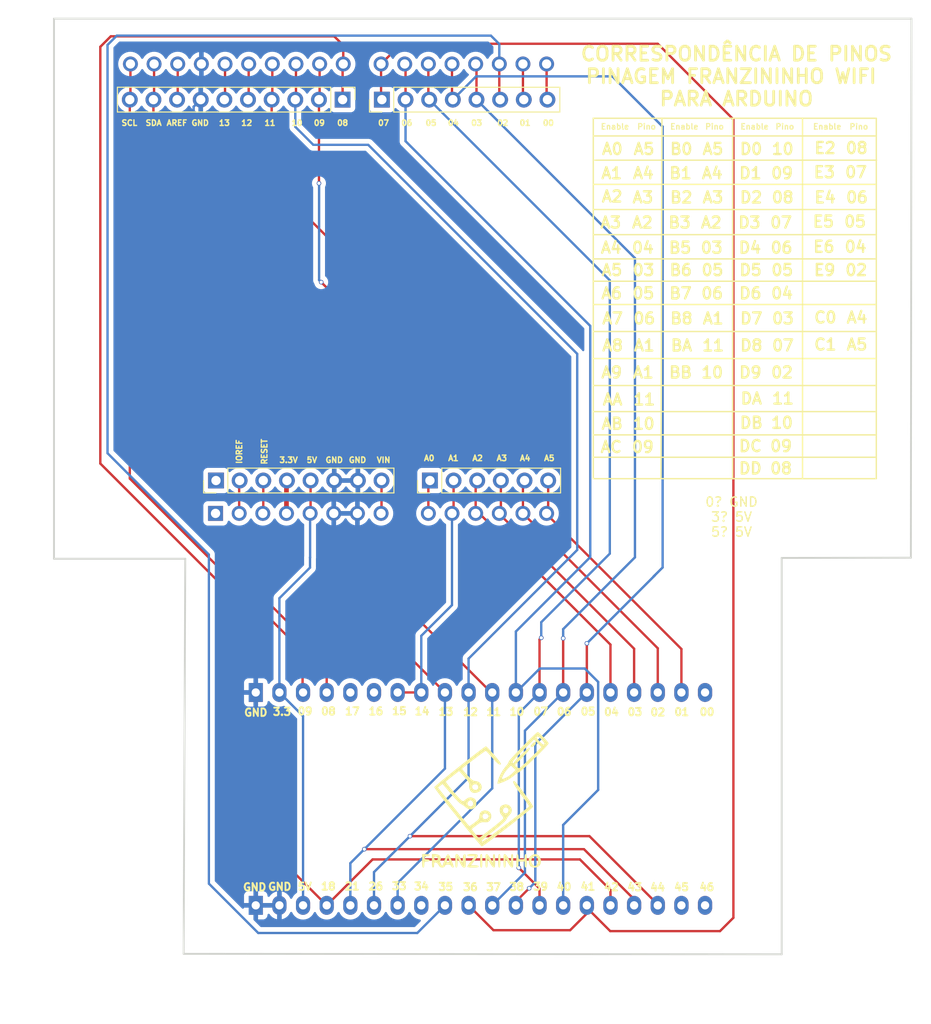
<source format=kicad_pcb>
(kicad_pcb (version 20221018) (generator pcbnew)
  (layers (0 "F.Cu" signal) (31 "B.Cu" signal) (34 "B.Paste" user) (35 "F.Paste" user) (36 "B.SilkS" user "B.Silkscreen") (37 "F.SilkS" user "F.Silkscreen") (38 "B.Mask" user) (39 "F.Mask" user) (44 "Edge.Cuts" user))
  (net 0 "")
  (net 1 "GND")
  (net 2 "+3.3V")
  (net 3 "01")
  (net 4 "02")
  (net 5 "03")
  (net 6 "04")
  (net 7 "05")
  (net 8 "06")
  (net 9 "07")
  (net 10 "10")
  (net 11 "14")
  (net 12 "11")
  (net 13 "12")
  (net 14 "13")
  (net 15 "36")
  (net 16 "35")
  (net 17 "34")
  (net 18 "18")
  (net 19 "45")
  (net 20 "46")
  (net 21 "0")
  (net 22 "16")
  (net 23 "17")
  (net 25 "08")
  (net 26 "09")
  (net 27 "IOREF")
  (net 28 "RESET")
  (net 29 "+5V")
  (net 30 "Vin")
  (net 31 "A0")
  (net 32 "A15")
  (net 33 "A16")
  (net 34 "A12")
  (net 35 "A13")
  (net 36 "AREF")
  (footprint "FRANZININHO_LAB:Logo" (layer "F.Cu") (at 136.893113 135.883241)
    (fp_text reference "G***" hide)
    (fp_text value "LOGO" hide)
  )
  (footprint "Connector_PinHeader_2.54mm:PinHeader_1x08_P2.54mm_Vertical" (layer "F.Cu") (at 108.2 101.6 90)
    (fp_text reference "J4" hide)
    (fp_text value "Conn_01x08" hide)
    (pad "1" thru_hole rect (at 0 0 90) (size 1.7 1.7) (drill 1) (layers "*.Cu" "*.Mask"))
    (pad "2" thru_hole oval (at 0 2.54 90) (size 1.7 1.7) (drill 1) (layers "*.Cu" "*.Mask") (net 27 "IOREF"))
    (pad "3" thru_hole oval (at 0 5.08 90) (size 1.7 1.7) (drill 1) (layers "*.Cu" "*.Mask") (net 28 "RESET"))
    (pad "4" thru_hole oval (at 0 7.62 90) (size 1.7 1.7) (drill 1) (layers "*.Cu" "*.Mask") (net 2 "+3.3V"))
    (pad "5" thru_hole oval (at 0 10.16 90) (size 1.7 1.7) (drill 1) (layers "*.Cu" "*.Mask") (net 29 "+5V"))
    (pad "6" thru_hole oval (at 0 12.7 90) (size 1.7 1.7) (drill 1) (layers "*.Cu" "*.Mask") (net 1 "GND"))
    (pad "7" thru_hole oval (at 0 15.24 90) (size 1.7 1.7) (drill 1) (layers "*.Cu" "*.Mask") (net 1 "GND"))
    (pad "8" thru_hole oval (at 0 17.78 90) (size 1.7 1.7) (drill 1) (layers "*.Cu" "*.Mask") (net 30 "Vin"))
  )
  (footprint "Connector_PinHeader_2.54mm:PinHeader_1x10_P2.54mm_Vertical" (layer "F.Cu") (at 121.8 60.7 -90)
    (fp_text reference "J2" hide)
    (fp_text value "Conn_01x10" hide)
    (pad "1" thru_hole rect (at 0 0 270) (size 1.7 1.7) (drill 1) (layers "*.Cu" "*.Mask") (net 18 "18"))
    (pad "2" thru_hole oval (at 0 2.54 270) (size 1.7 1.7) (drill 1) (layers "*.Cu" "*.Mask") (net 14 "13"))
    (pad "3" thru_hole oval (at 0 5.08 270) (size 1.7 1.7) (drill 1) (layers "*.Cu" "*.Mask") (net 13 "12"))
    (pad "4" thru_hole oval (at 0 7.62 270) (size 1.7 1.7) (drill 1) (layers "*.Cu" "*.Mask") (net 12 "11"))
    (pad "5" thru_hole oval (at 0 10.16 270) (size 1.7 1.7) (drill 1) (layers "*.Cu" "*.Mask") (net 34 "A12"))
    (pad "6" thru_hole oval (at 0 12.7 270) (size 1.7 1.7) (drill 1) (layers "*.Cu" "*.Mask") (net 35 "A13"))
    (pad "7" thru_hole oval (at 0 15.24 270) (size 1.7 1.7) (drill 1) (layers "*.Cu" "*.Mask") (net 1 "GND"))
    (pad "8" thru_hole oval (at 0 17.78 270) (size 1.7 1.7) (drill 1) (layers "*.Cu" "*.Mask") (net 36 "AREF"))
    (pad "9" thru_hole oval (at 0 20.32 270) (size 1.7 1.7) (drill 1) (layers "*.Cu" "*.Mask") (net 25 "08"))
    (pad "10" thru_hole oval (at 0 22.86 270) (size 1.7 1.7) (drill 1) (layers "*.Cu" "*.Mask") (net 26 "09"))
  )
  (footprint "Connector_PinHeader_2.54mm:PinHeader_1x06_P2.54mm_Vertical" (layer "F.Cu") (at 131.18 101.6 90)
    (fp_text reference "J3" hide)
    (fp_text value "Conn_01x06" hide)
    (pad "1" thru_hole rect (at 0 0 90) (size 1.7 1.7) (drill 1) (layers "*.Cu" "*.Mask") (net 31 "A0"))
    (pad "2" thru_hole oval (at 0 2.54 90) (size 1.7 1.7) (drill 1) (layers "*.Cu" "*.Mask") (net 11 "14"))
    (pad "3" thru_hole oval (at 0 5.08 90) (size 1.7 1.7) (drill 1) (layers "*.Cu" "*.Mask") (net 6 "04"))
    (pad "4" thru_hole oval (at 0 7.62 90) (size 1.7 1.7) (drill 1) (layers "*.Cu" "*.Mask") (net 5 "03"))
    (pad "5" thru_hole oval (at 0 10.16 90) (size 1.7 1.7) (drill 1) (layers "*.Cu" "*.Mask") (net 4 "02"))
    (pad "6" thru_hole oval (at 0 12.7 90) (size 1.7 1.7) (drill 1) (layers "*.Cu" "*.Mask") (net 3 "01"))
  )
  (footprint "Connector_PinHeader_2.54mm:PinHeader_1x08_P2.54mm_Vertical" (layer "F.Cu") (at 126.02 60.7 90)
    (fp_text reference "J1" hide)
    (fp_text value "Conn_01x08" hide)
    (pad "1" thru_hole rect (at 0 0 90) (size 1.7 1.7) (drill 1) (layers "*.Cu" "*.Mask") (net 15 "36"))
    (pad "2" thru_hole oval (at 0 2.54 90) (size 1.7 1.7) (drill 1) (layers "*.Cu" "*.Mask") (net 10 "10"))
    (pad "3" thru_hole oval (at 0 5.08 90) (size 1.7 1.7) (drill 1) (layers "*.Cu" "*.Mask") (net 9 "07"))
    (pad "4" thru_hole oval (at 0 7.62 90) (size 1.7 1.7) (drill 1) (layers "*.Cu" "*.Mask") (net 7 "05"))
    (pad "5" thru_hole oval (at 0 10.16 90) (size 1.7 1.7) (drill 1) (layers "*.Cu" "*.Mask") (net 8 "06"))
    (pad "6" thru_hole oval (at 0 12.7 90) (size 1.7 1.7) (drill 1) (layers "*.Cu" "*.Mask") (net 16 "35"))
    (pad "7" thru_hole oval (at 0 15.24 90) (size 1.7 1.7) (drill 1) (layers "*.Cu" "*.Mask") (net 33 "A16"))
    (pad "8" thru_hole oval (at 0 17.78 90) (size 1.7 1.7) (drill 1) (layers "*.Cu" "*.Mask") (net 32 "A15"))
  )
  (footprint "FRANZININHO_LAB:FRANZININHO_WIFI_PINOUT" (layer "F.Cu") (at 136.6012 135.7884)
    (fp_text reference "U3" hide)
    (fp_text value "FRANZININHO_WIFI_PINOUT" hide)
    (pad "1" thru_hole oval (at 24.13 -11.43) (size 1.524 2.032) (drill 0.889) (layers "*.Cu" "*.Mask") (net 21 "0"))
    (pad "2" thru_hole oval (at 21.59 -11.43) (size 1.524 2.032) (drill 0.889) (layers "*.Cu" "*.Mask") (net 3 "01"))
    (pad "3" thru_hole oval (at 19.05 -11.43) (size 1.524 2.032) (drill 0.889) (layers "*.Cu" "*.Mask") (net 4 "02"))
    (pad "4" thru_hole oval (at 16.51 -11.43) (size 1.524 2.032) (drill 0.889) (layers "*.Cu" "*.Mask") (net 5 "03"))
    (pad "5" thru_hole oval (at 13.97 -11.43) (size 1.524 2.032) (drill 0.889) (layers "*.Cu" "*.Mask") (net 6 "04"))
    (pad "6" thru_hole oval (at 11.43 -11.43) (size 1.524 2.032) (drill 0.889) (layers "*.Cu" "*.Mask") (net 7 "05"))
    (pad "7" thru_hole oval (at 8.89 -11.43) (size 1.524 2.032) (drill 0.889) (layers "*.Cu" "*.Mask") (net 8 "06"))
    (pad "8" thru_hole oval (at 6.35 -11.43) (size 1.524 2.032) (drill 0.889) (layers "*.Cu" "*.Mask") (net 9 "07"))
    (pad "9" thru_hole oval (at 3.81 -11.43) (size 1.524 2.032) (drill 0.889) (layers "*.Cu" "*.Mask") (net 10 "10"))
    (pad "10" thru_hole oval (at 1.27 -11.43) (size 1.524 2.032) (drill 0.889) (layers "*.Cu" "*.Mask") (net 12 "11"))
    (pad "11" thru_hole oval (at -1.27 -11.43) (size 1.524 2.032) (drill 0.889) (layers "*.Cu" "*.Mask") (net 13 "12"))
    (pad "12" thru_hole oval (at -3.81 -11.43) (size 1.524 2.032) (drill 0.889) (layers "*.Cu" "*.Mask") (net 14 "13"))
    (pad "13" thru_hole oval (at -6.35 -11.43) (size 1.524 2.032) (drill 0.889) (layers "*.Cu" "*.Mask") (net 11 "14"))
    (pad "14" thru_hole oval (at -8.89 -11.43) (size 1.524 2.032) (drill 0.889) (layers "*.Cu" "*.Mask") (net 11 "14"))
    (pad "15" thru_hole oval (at -11.43 -11.43) (size 1.524 2.032) (drill 0.889) (layers "*.Cu" "*.Mask") (net 22 "16"))
    (pad "16" thru_hole oval (at -13.97 -11.43) (size 1.524 2.032) (drill 0.889) (layers "*.Cu" "*.Mask") (net 23 "17"))
    (pad "17" thru_hole oval (at -16.51 -11.43) (size 1.524 2.032) (drill 0.889) (layers "*.Cu" "*.Mask") (net 25 "08"))
    (pad "18" thru_hole oval (at -19.05 -11.43) (size 1.524 2.032) (drill 0.889) (layers "*.Cu" "*.Mask") (net 26 "09"))
    (pad "19" thru_hole oval (at -21.59 -11.43) (size 1.524 2.032) (drill 0.889) (layers "*.Cu" "*.Mask") (net 29 "+5V"))
    (pad "20" thru_hole rect (at -24.13 -11.43) (size 1.524 2.032) (drill 0.889) (layers "*.Cu" "*.Mask") (net 1 "GND"))
    (pad "21" thru_hole rect (at -24.13 11.43) (size 1.524 2.032) (drill 0.889) (layers "*.Cu" "*.Mask") (net 1 "GND"))
    (pad "22" thru_hole oval (at -21.59 11.43) (size 1.524 2.032) (drill 0.889) (layers "*.Cu" "*.Mask") (net 1 "GND"))
    (pad "23" thru_hole oval (at -19.05 11.43) (size 1.524 2.032) (drill 0.889) (layers "*.Cu" "*.Mask") (net 29 "+5V"))
    (pad "24" thru_hole oval (at -16.51 11.43) (size 1.524 2.032) (drill 0.889) (layers "*.Cu" "*.Mask") (net 18 "18"))
    (pad "25" thru_hole oval (at -13.97 11.43) (size 1.524 2.032) (drill 0.889) (layers "*.Cu" "*.Mask") (net 14 "13"))
    (pad "26" thru_hole oval (at -11.43 11.43) (size 1.524 2.032) (drill 0.889) (layers "*.Cu" "*.Mask") (net 13 "12"))
    (pad "27" thru_hole oval (at -8.89 11.43) (size 1.524 2.032) (drill 0.889) (layers "*.Cu" "*.Mask") (net 12 "11"))
    (pad "28" thru_hole oval (at -6.35 11.43) (size 1.524 2.032) (drill 0.889) (layers "*.Cu" "*.Mask") (net 17 "34"))
    (pad "29" thru_hole oval (at -3.81 11.43) (size 1.524 2.032) (drill 0.889) (layers "*.Cu" "*.Mask") (net 16 "35"))
    (pad "30" thru_hole oval (at -1.27 11.43) (size 1.524 2.032) (drill 0.889) (layers "*.Cu" "*.Mask") (net 15 "36"))
    (pad "31" thru_hole oval (at 1.27 11.43) (size 1.524 2.032) (drill 0.889) (layers "*.Cu" "*.Mask") (net 8 "06"))
    (pad "32" thru_hole oval (at 3.81 11.43) (size 1.524 2.032) (drill 0.889) (layers "*.Cu" "*.Mask") (net 7 "05"))
    (pad "33" thru_hole oval (at 6.35 11.43) (size 1.524 2.032) (drill 0.889) (layers "*.Cu" "*.Mask") (net 9 "07"))
    (pad "34" thru_hole oval (at 8.89 11.43) (size 1.524 2.032) (drill 0.889) (layers "*.Cu" "*.Mask") (net 10 "10"))
    (pad "35" thru_hole oval (at 11.43 11.43) (size 1.524 2.032) (drill 0.889) (layers "*.Cu" "*.Mask") (net 15 "36"))
    (pad "36" thru_hole oval (at 13.97 11.43) (size 1.524 2.032) (drill 0.889) (layers "*.Cu" "*.Mask") (net 18 "18"))
    (pad "37" thru_hole oval (at 16.51 11.43) (size 1.524 2.032) (drill 0.889) (layers "*.Cu" "*.Mask") (net 14 "13"))
    (pad "38" thru_hole oval (at 19.05 11.43) (size 1.524 2.032) (drill 0.889) (layers "*.Cu" "*.Mask") (net 13 "12"))
    (pad "39" thru_hole oval (at 21.59 11.43) (size 1.524 2.032) (drill 0.889) (layers "*.Cu" "*.Mask") (net 19 "45"))
    (pad "40" thru_hole oval (at 24.13 11.43) (size 1.524 2.032) (drill 0.889) (layers "*.Cu" "*.Mask") (net 20 "46"))
  )
  (footprint "Module:Arduino_UNO_R3" (layer "B.Cu") (at 108.15 105.13)
    (fp_text reference "A1" hide)
    (fp_text value "Arduino_UNO_R3" hide)
    (pad "1" thru_hole rect (at 0 0 270) (size 1.6 1.6) (drill 1) (layers "*.Cu" "*.Mask"))
    (pad "2" thru_hole oval (at 2.54 0 270) (size 1.6 1.6) (drill 1) (layers "*.Cu" "*.Mask") (net 27 "IOREF"))
    (pad "3" thru_hole oval (at 5.08 0 270) (size 1.6 1.6) (drill 1) (layers "*.Cu" "*.Mask") (net 28 "RESET"))
    (pad "4" thru_hole oval (at 7.62 0 270) (size 1.6 1.6) (drill 1) (layers "*.Cu" "*.Mask") (net 2 "+3.3V"))
    (pad "5" thru_hole oval (at 10.16 0 270) (size 1.6 1.6) (drill 1) (layers "*.Cu" "*.Mask") (net 29 "+5V"))
    (pad "6" thru_hole oval (at 12.7 0 270) (size 1.6 1.6) (drill 1) (layers "*.Cu" "*.Mask") (net 1 "GND"))
    (pad "7" thru_hole oval (at 15.24 0 270) (size 1.6 1.6) (drill 1) (layers "*.Cu" "*.Mask") (net 1 "GND"))
    (pad "8" thru_hole oval (at 17.78 0 270) (size 1.6 1.6) (drill 1) (layers "*.Cu" "*.Mask") (net 30 "Vin"))
    (pad "9" thru_hole oval (at 22.86 0 270) (size 1.6 1.6) (drill 1) (layers "*.Cu" "*.Mask") (net 31 "A0"))
    (pad "10" thru_hole oval (at 25.4 0 270) (size 1.6 1.6) (drill 1) (layers "*.Cu" "*.Mask") (net 11 "14"))
    (pad "11" thru_hole oval (at 27.94 0 270) (size 1.6 1.6) (drill 1) (layers "*.Cu" "*.Mask") (net 6 "04"))
    (pad "12" thru_hole oval (at 30.48 0 270) (size 1.6 1.6) (drill 1) (layers "*.Cu" "*.Mask") (net 5 "03"))
    (pad "13" thru_hole oval (at 33.02 0 270) (size 1.6 1.6) (drill 1) (layers "*.Cu" "*.Mask") (net 4 "02"))
    (pad "14" thru_hole oval (at 35.56 0 270) (size 1.6 1.6) (drill 1) (layers "*.Cu" "*.Mask") (net 3 "01"))
    (pad "15" thru_hole oval (at 35.56 -48.26 270) (size 1.6 1.6) (drill 1) (layers "*.Cu" "*.Mask") (net 32 "A15"))
    (pad "16" thru_hole oval (at 33.02 -48.26 270) (size 1.6 1.6) (drill 1) (layers "*.Cu" "*.Mask") (net 33 "A16"))
    (pad "17" thru_hole oval (at 30.48 -48.26 270) (size 1.6 1.6) (drill 1) (layers "*.Cu" "*.Mask") (net 16 "35"))
    (pad "18" thru_hole oval (at 27.94 -48.26 270) (size 1.6 1.6) (drill 1) (layers "*.Cu" "*.Mask") (net 8 "06"))
    (pad "19" thru_hole oval (at 25.4 -48.26 270) (size 1.6 1.6) (drill 1) (layers "*.Cu" "*.Mask") (net 7 "05"))
    (pad "20" thru_hole oval (at 22.86 -48.26 270) (size 1.6 1.6) (drill 1) (layers "*.Cu" "*.Mask") (net 9 "07"))
    (pad "21" thru_hole oval (at 20.32 -48.26 270) (size 1.6 1.6) (drill 1) (layers "*.Cu" "*.Mask") (net 10 "10"))
    (pad "22" thru_hole oval (at 17.78 -48.26 270) (size 1.6 1.6) (drill 1) (layers "*.Cu" "*.Mask") (net 15 "36"))
    (pad "23" thru_hole oval (at 13.72 -48.26 270) (size 1.6 1.6) (drill 1) (layers "*.Cu" "*.Mask") (net 18 "18"))
    (pad "24" thru_hole oval (at 11.18 -48.26 270) (size 1.6 1.6) (drill 1) (layers "*.Cu" "*.Mask") (net 14 "13"))
    (pad "25" thru_hole oval (at 8.64 -48.26 270) (size 1.6 1.6) (drill 1) (layers "*.Cu" "*.Mask") (net 13 "12"))
    (pad "26" thru_hole oval (at 6.1 -48.26 270) (size 1.6 1.6) (drill 1) (layers "*.Cu" "*.Mask") (net 12 "11"))
    (pad "27" thru_hole oval (at 3.56 -48.26 270) (size 1.6 1.6) (drill 1) (layers "*.Cu" "*.Mask") (net 34 "A12"))
    (pad "28" thru_hole oval (at 1.02 -48.26 270) (size 1.6 1.6) (drill 1) (layers "*.Cu" "*.Mask") (net 35 "A13"))
    (pad "29" thru_hole oval (at -1.52 -48.26 270) (size 1.6 1.6) (drill 1) (layers "*.Cu" "*.Mask") (net 1 "GND"))
    (pad "30" thru_hole oval (at -4.06 -48.26 270) (size 1.6 1.6) (drill 1) (layers "*.Cu" "*.Mask") (net 36 "AREF"))
    (pad "31" thru_hole oval (at -6.6 -48.26 270) (size 1.6 1.6) (drill 1) (layers "*.Cu" "*.Mask") (net 25 "08"))
    (pad "32" thru_hole oval (at -9.14 -48.26 270) (size 1.6 1.6) (drill 1) (layers "*.Cu" "*.Mask") (net 26 "09"))
  )
  (gr_line (start 179.125 72.5) (end 148.775 72.5) (stroke (width 0.15)) (layer "F.SilkS"))
  (gr_line (start 179.075 80.2) (end 148.725 80.2) (stroke (width 0.15)) (layer "F.SilkS"))
  (gr_line (start 156.1 62.7) (end 156 101.3) (stroke (width 0.15)) (layer "F.SilkS"))
  (gr_line (start 171.2 62.7) (end 171.2 101.3) (stroke (width 0.15)) (layer "F.SilkS"))
  (gr_line (start 148.775 64.6) (end 179.125 64.6) (stroke (width 0.15)) (layer "F.SilkS"))
  (gr_line (start 148.725 94.2) (end 179.075 94.2) (stroke (width 0.15)) (layer "F.SilkS"))
  (gr_rect (start 148.725 62.7) (end 179.125 101.4) (stroke (width 0.15)) (fill none) (layer "F.SilkS"))
  (gr_line (start 179.05 91.4) (end 148.8 91.4) (stroke (width 0.15)) (layer "F.SilkS"))
  (gr_line (start 148.775 69.8) (end 179.125 69.8) (stroke (width 0.15)) (layer "F.SilkS"))
  (gr_line (start 163.7 62.7) (end 163.7 101.4) (stroke (width 0.15)) (layer "F.SilkS"))
  (gr_line (start 148.725 82.7) (end 179.075 82.7) (stroke (width 0.15)) (layer "F.SilkS"))
  (gr_line (start 148.7 99.1) (end 179.1 99.1) (stroke (width 0.15)) (layer "F.SilkS"))
  (gr_line (start 179.075 77.8) (end 148.725 77.8) (stroke (width 0.15)) (layer "F.SilkS"))
  (gr_line (start 179.075 75.2) (end 148.725 75.2) (stroke (width 0.15)) (layer "F.SilkS"))
  (gr_line (start 179.025 85.6) (end 148.775 85.6) (stroke (width 0.15)) (layer "F.SilkS"))
  (gr_line (start 179.075 96.7) (end 148.725 96.7) (stroke (width 0.15)) (layer "F.SilkS"))
  (gr_line (start 148.9 67.2) (end 179.15 67.2) (stroke (width 0.15)) (layer "F.SilkS"))
  (gr_line (start 148.7 88.5) (end 179.05 88.5) (stroke (width 0.15)) (layer "F.SilkS"))
  (gr_line (start 168.9625 109.9125) (end 168.9608 152.4762) (stroke (width 0.2)) (layer "Edge.Cuts"))
  (gr_line (start 90.8 52) (end 90.8 110) (stroke (width 0.2)) (layer "Edge.Cuts"))
  (gr_line (start 182.9 52) (end 90.8 52) (stroke (width 0.2)) (layer "Edge.Cuts"))
  (gr_line (start 182.8375 109.8875) (end 182.9 52) (stroke (width 0.2)) (layer "Edge.Cuts"))
  (gr_line (start 104.7242 152.4254) (end 104.9 110) (stroke (width 0.2)) (layer "Edge.Cuts"))
  (gr_line (start 104.7242 152.4254) (end 168.9608 152.4762) (stroke (width 0.2)) (layer "Edge.Cuts"))
  (gr_line (start 104.9 110) (end 90.8 110) (stroke (width 0.2)) (layer "Edge.Cuts"))
  (gr_line (start 182.8375 109.8875) (end 168.9625 109.9125) (stroke (width 0.2)) (layer "Edge.Cuts"))
  (gr_text "AC" (at 150.65 98) (layer "F.SilkS") (effects (font (size 1.2 1.2) (thickness 0.25))))
  (gr_text "07" (at 176.95 68.5) (layer "F.SilkS") (effects (font (size 1.2 1.2) (thickness 0.25))))
  (gr_text "GND" (at 123.4 99.4) (layer "F.SilkS") (effects (font (size 0.6 0.6))))
  (gr_text "06" (at 144.7084 126.8996) (layer "F.SilkS") (effects (font (size 0.8 0.8) (thickness 0.2) bold) (justify left bottom)))
  (gr_text "E4" (at 173.625 71.2) (layer "F.SilkS") (effects (font (size 1.2 1.2) (thickness 0.25))))
  (gr_text "13" (at 109.1 63.2) (layer "F.SilkS") (effects (font (size 0.6 0.6))))
  (gr_text "A0" (at 131.1 99.2) (layer "F.SilkS") (effects (font (size 0.6 0.6))))
  (gr_text "D6" (at 165.6 81.5) (layer "F.SilkS") (effects (font (size 1.2 1.2) (thickness 0.25))))
  (gr_text "Pino" (at 161.75 63.6) (layer "F.SilkS") (effects (font (size 0.6 0.6) (thickness 0.125))))
  (gr_text "E2" (at 173.625 65.9) (layer "F.SilkS") (effects (font (size 1.2 1.2) (thickness 0.25))))
  (gr_text "E3" (at 173.55 68.5) (layer "F.SilkS") (effects (font (size 1.2 1.2) (thickness 0.25))))
  (gr_text "A0" (at 150.775 66) (layer "F.SilkS") (effects (font (size 1.2 1.2) (thickness 0.25))))
  (gr_text "0? GND\n3? 5V\n5? 5V" (at 163.576 105.5116) (layer "F.SilkS") (effects (font (size 1 1))))
  (gr_text "09" (at 169 68.6) (layer "F.SilkS") (effects (font (size 1.2 1.2) (thickness 0.25))))
  (gr_text "05" (at 154.1 81.5) (layer "F.SilkS") (effects (font (size 1.2 1.2) (thickness 0.25))))
  (gr_text "VIN" (at 126.2 99.4) (layer "F.SilkS") (effects (font (size 0.6 0.6))))
  (gr_text "06" (at 161.5 81.5) (layer "F.SilkS") (effects (font (size 1.2 1.2) (thickness 0.25))))
  (gr_text "45" (at 157.315 145.7262) (layer "F.SilkS") (effects (font (size 0.8 0.8) (thickness 0.2) bold) (justify left bottom)))
  (gr_text "AB" (at 150.75 95.5) (layer "F.SilkS") (effects (font (size 1.2 1.2) (thickness 0.25))))
  (gr_text "DA" (at 165.7 92.8) (layer "F.SilkS") (effects (font (size 1.2 1.2) (thickness 0.25))))
  (gr_text "C0" (at 173.65 84.1) (layer "F.SilkS") (effects (font (size 1.2 1.2) (thickness 0.25))))
  (gr_text "Pino" (at 169.3 63.6) (layer "F.SilkS") (effects (font (size 0.6 0.6) (thickness 0.125))))
  (gr_text "33" (at 126.9874 145.6246) (layer "F.SilkS") (effects (font (size 0.8 0.8) (thickness 0.2) bold) (justify left bottom)))
  (gr_text "04" (at 169 81.5) (layer "F.SilkS") (effects (font (size 1.2 1.2) (thickness 0.25))))
  (gr_text "B8" (at 158.2 84.2) (layer "F.SilkS") (effects (font (size 1.2 1.2) (thickness 0.25))))
  (gr_text "41" (at 147.2566 145.6754) (layer "F.SilkS") (effects (font (size 0.8 0.8) (thickness 0.2) bold) (justify left bottom)))
  (gr_text "D0" (at 165.675 66) (layer "F.SilkS") (effects (font (size 1.2 1.2) (thickness 0.25))))
  (gr_text "44" (at 154.7496 145.7516) (layer "F.SilkS") (effects (font (size 0.8 0.8) (thickness 0.2) bold) (justify left bottom)))
  (gr_text "02" (at 154.7668 126.9504) (layer "F.SilkS") (effects (font (size 0.8 0.8) (thickness 0.2) bold) (justify left bottom)))
  (gr_text "10" (at 116.9 63.2) (layer "F.SilkS") (effects (font (size 0.6 0.6))))
  (gr_text "A1" (at 154.2 87.1) (layer "F.SilkS") (effects (font (size 1.2 1.2) (thickness 0.25))))
  (gr_text "GND" (at 112.357 145.269) (layer "F.SilkS") (effects (font (size 0.8 0.8) (thickness 0.2) bold)))
  (gr_text "SDA" (at 101.5 63.2) (layer "F.SilkS") (effects (font (size 0.6 0.6))))
  (gr_text "A1" (at 161.6 84.2) (layer "F.SilkS") (effects (font (size 1.2 1.2) (thickness 0.25))))
  (gr_text "09" (at 119.3 63.2) (layer "F.SilkS") (effects (font (size 0.6 0.6))))
  (gr_text "26" (at 124.4728 145.65) (layer "F.SilkS") (effects (font (size 0.8 0.8) (thickness 0.2) bold) (justify left bottom)))
  (gr_text "A2" (at 136.3 99.2) (layer "F.SilkS") (effects (font (size 0.6 0.6))))
  (gr_text "08" (at 169.075 71.2) (layer "F.SilkS") (effects (font (size 1.2 1.2) (thickness 0.25))))
  (gr_text "D4" (at 165.55 76.6) (layer "F.SilkS") (effects (font (size 1.2 1.2) (thickness 0.25))))
  (gr_text "06" (at 168.95 76.6) (layer "F.SilkS") (effects (font (size 1.2 1.2) (thickness 0.25))))
  (gr_text "10" (at 169 95.4) (layer "F.SilkS") (effects (font (size 1.2 1.2) (thickness 0.25))))
  (gr_text "5V" (at 118.5 99.4) (layer "F.SilkS") (effects (font (size 0.6 0.6))))
  (gr_text "11" (at 114 63.2) (layer "F.SilkS") (effects (font (size 0.6 0.6))))
  (gr_text "A5" (at 144 99.2) (layer "F.SilkS") (effects (font (size 0.6 0.6))))
  (gr_text "GND" (at 115.0494 145.2182) (layer "F.SilkS") (effects (font (size 0.8 0.8) (thickness 0.2) bold)))
  (gr_text "A3" (at 161.575 71.2) (layer "F.SilkS") (effects (font (size 1.2 1.2) (thickness 0.25))))
  (gr_text "03" (at 136.2 63.2) (layer "F.SilkS") (effects (font (size 0.6 0.6))))
  (gr_text "11" (at 169.1 92.8) (layer "F.SilkS") (effects (font (size 1.2 1.2) (thickness 0.25))))
  (gr_text "DD" (at 165.6 100.3) (layer "F.SilkS") (effects (font (size 1.2 1.2) (thickness 0.25))))
  (gr_text "A5" (at 177.05 87) (layer "F.SilkS") (effects (font (size 1.2 1.2) (thickness 0.25))))
  (gr_text "36" (at 134.6328 145.7262) (layer "F.SilkS") (effects (font (size 0.8 0.8) (thickness 0.2) bold) (justify left bottom)))
  (gr_text "02" (at 169 90) (layer "F.SilkS") (effects (font (size 1.2 1.2) (thickness 0.25))))
  (gr_text "03" (at 169.1 84.2) (layer "F.SilkS") (effects (font (size 1.2 1.2) (thickness 0.25))))
  (gr_text "05" (at 147.2738 126.8742) (layer "F.SilkS") (effects (font (size 0.8 0.8) (thickness 0.2) bold) (justify left bottom)))
  (gr_text "B3" (at 158 73.9) (layer "F.SilkS") (effects (font (size 1.2 1.2) (thickness 0.25))))
  (gr_text "02" (at 176.975 79) (layer "F.SilkS") (effects (font (size 1.2 1.2) (thickness 0.25))))
  (gr_text "09" (at 116.87 126.8488) (layer "F.SilkS") (effects (font (size 0.8 0.8) (thickness 0.2) bold) (justify left bottom)))
  (gr_text "5V" (at 116.8782 145.6754) (layer "F.SilkS") (effects (font (size 0.8 0.8) (thickness 0.2) bold) (justify left bottom)))
  (gr_text "B7" (at 158.1 81.5) (layer "F.SilkS") (effects (font (size 1.2 1.2) (thickness 0.25))))
  (gr_text "15" (at 127.0046 126.8234) (layer "F.SilkS") (effects (font (size 0.8 0.8) (thickness 0.2) bold) (justify left bottom)))
  (gr_text "11" (at 137.1392 126.925) (layer "F.SilkS") (effects (font (size 0.8 0.8) (thickness 0.2) bold) (justify left bottom)))
  (gr_text "Pino" (at 154.45 63.6) (layer "F.SilkS") (effects (font (size 0.6 0.6) (thickness 0.125))))
  (gr_text "BB" (at 158.1 90) (layer "F.SilkS") (effects (font (size 1.2 1.2) (thickness 0.25))))
  (gr_text "AREF" (at 104 63.2) (layer "F.SilkS") (effects (font (size 0.6 0.6))))
  (gr_text "B1" (at 158.1 68.6) (layer "F.SilkS") (effects (font (size 1.2 1.2) (thickness 0.25))))
  (gr_text "Enable" (at 166.05 63.6) (layer "F.SilkS") (effects (font (size 0.6 0.6) (thickness 0.125))))
  (gr_text "04" (at 133.7 63.2) (layer "F.SilkS") (effects (font (size 0.6 0.6))))
  (gr_text "06" (at 128.7 63.2) (layer "F.SilkS") (effects (font (size 0.6 0.6))))
  (gr_text "01" (at 141.4 63.2) (layer "F.SilkS") (effects (font (size 0.6 0.6))))
  (gr_text "C1" (at 173.65 87) (layer "F.SilkS") (effects (font (size 1.2 1.2) (thickness 0.25))))
  (gr_text "A8" (at 150.8 87.1) (layer "F.SilkS") (effects (font (size 1.2 1.2) (thickness 0.25))))
  (gr_text "03" (at 154.125 79) (layer "F.SilkS") (effects (font (size 1.2 1.2) (thickness 0.25))))
  (gr_text "SCL" (at 98.9 63.2) (layer "F.SilkS") (effects (font (size 0.6 0.6))))
  (gr_text "BA" (at 158.2 87.1) (layer "F.SilkS") (effects (font (size 1.2 1.2) (thickness 0.25))))
  (gr_text "B5" (at 158.05 76.6) (layer "F.SilkS") (effects (font (size 1.2 1.2) (thickness 0.25))))
  (gr_text "10" (at 139.6284 126.8996) (layer "F.SilkS") (effects (font (size 0.8 0.8) (thickness 0.2) bold) (justify left bottom)))
  (gr_text "05" (at 131.3 63.2) (layer "F.SilkS") (effects (font (size 0.6 0.6))))
  (gr_text "DB" (at 165.7 95.4) (layer "F.SilkS") (effects (font (size 1.2 1.2) (thickness 0.25))))
  (gr_text "35" (at 131.9912 145.7008) (layer "F.SilkS") (effects (font (size 0.8 0.8) (thickness 0.2) bold) (justify left bottom)))
  (gr_text "05" (at 161.525 79) (layer "F.SilkS") (effects (font (size 1.2 1.2) (thickness 0.25))))
  (gr_text "D2" (at 165.675 71.2) (layer "F.SilkS") (effects (font (size 1.2 1.2) (thickness 0.25))))
  (gr_text "A5" (at 161.575 66) (layer "F.SilkS") (effects (font (size 1.2 1.2) (thickness 0.25))))
  (gr_text "03" (at 161.45 76.6) (layer "F.SilkS") (effects (font (size 1.2 1.2) (thickness 0.25))))
  (gr_text "GND" (at 106.5 63.2) (layer "F.SilkS") (effects (font (size 0.6 0.6))))
  (gr_text "10" (at 161.5 90) (layer "F.SilkS") (effects (font (size 1.2 1.2) (thickness 0.25))))
  (gr_text "10" (at 169.075 66) (layer "F.SilkS") (effects (font (size 1.2 1.2) (thickness 0.25))))
  (gr_text "Enable" (at 173.85 63.6) (layer "F.SilkS") (effects (font (size 0.6 0.6) (thickness 0.125))))
  (gr_text "39\n" (at 142.1766 145.6754) (layer "F.SilkS") (effects (font (size 0.8 0.8) (thickness 0.2) bold) (justify left bottom)))
  (gr_text "D8" (at 165.7 87.1) (layer "F.SilkS") (effects (font (size 1.2 1.2) (thickness 0.25))))
  (gr_text "07" (at 142.1938 126.8742) (layer "F.SilkS") (effects (font (size 0.8 0.8) (thickness 0.2) bold) (justify left bottom)))
  (gr_text "08" (at 168.9 100.3) (layer "F.SilkS") (effects (font (size 1.2 1.2) (thickness 0.25))))
  (gr_text "05" (at 169.025 79) (layer "F.SilkS") (effects (font (size 1.2 1.2) (thickness 0.25))))
  (gr_text "A1" (at 154.1 90) (layer "F.SilkS") (effects (font (size 1.2 1.2) (thickness 0.25))))
  (gr_text "05" (at 176.85 73.8) (layer "F.SilkS") (effects (font (size 1.2 1.2) (thickness 0.25))))
  (gr_text "38\n" (at 139.6112 145.7008) (layer "F.SilkS") (effects (font (size 0.8 0.8) (thickness 0.2) bold) (justify left bottom)))
  (gr_text "A5" (at 154.175 66) (layer "F.SilkS") (effects (font (size 1.2 1.2) (thickness 0.25))))
  (gr_text "AA" (at 150.8 92.9) (layer "F.SilkS") (effects (font (size 1.2 1.2) (thickness 0.25))))
  (gr_text "00\n" (at 143.9 63.2) (layer "F.SilkS") (effects (font (size 0.6 0.6))))
  (gr_text "RESET" (at 113.4 98.5 90) (layer "F.SilkS") (effects (font (size 0.6 0.6))))
  (gr_text "A4" (at 177.05 84.1) (layer "F.SilkS") (effects (font (size 1.2 1.2) (thickness 0.25))))
  (gr_text "A3" (at 150.6 73.9) (layer "F.SilkS") (effects (font (size 1.2 1.2) (thickness 0.25))))
  (gr_text "03" (at 152.303 126.925) (layer "F.SilkS") (effects (font (size 0.8 0.8) (thickness 0.2) bold) (justify left bottom)))
  (gr_text "46" (at 160.0328 145.7262) (layer "F.SilkS") (effects (font (size 0.8 0.8) (thickness 0.2) bold) (justify left bottom)))
  (gr_text "34\n" (at 129.375 145.65) (layer "F.SilkS") (effects (font (size 0.8 0.8) (thickness 0.2) bold) (justify left bottom)))
  (gr_text "09" (at 154.05 98) (layer "F.SilkS") (effects (font (size 1.2 1.2) (thickness 0.25))))
  (gr_text "08" (at 119.3846 126.8488) (layer "F.SilkS") (effects (font (size 0.8 0.8) (thickness 0.2) bold) (justify left bottom)))
  (gr_text "07" (at 168.9 73.9) (layer "F.SilkS") (effects (font (size 1.2 1.2) (thickness 0.25))))
  (gr_text "DC" (at 165.6 97.9) (layer "F.SilkS") (effects (font (size 1.2 1.2) (thickness 0.25))))
  (gr_text "06" (at 177.05 71.2) (layer "F.SilkS") (effects (font (size 1.2 1.2) (thickness 0.25))))
  (gr_text "02" (at 139 63.2) (layer "F.SilkS") (effects (font (size 0.6 0.6))))
  (gr_text "16" (at 124.49 126.8488) (layer "F.SilkS") (effects (font (size 0.8 0.8) (thickness 0.2) bold) (justify left bottom)))
  (gr_text "04" (at 154.05 76.6) (layer "F.SilkS") (effects (font (size 1.2 1.2) (thickness 0.25))))
  (gr_text "08" (at 121.8 63.2) (layer "F.SilkS") (effects (font (size 0.6 0.6))))
  (gr_text "A1" (at 150.7 68.6) (layer "F.SilkS") (effects (font (size 1.2 1.2) (thickness 0.25))))
  (gr_text "D3" (at 165.5 73.9) (layer "F.SilkS") (effects (font (size 1.2 1.2) (thickness 0.25))))
  (gr_text "GND" (at 112.4758 126.5186) (layer "F.SilkS") (effects (font (size 0.8 0.8) (thickness 0.2) bold)))
  (gr_text "CORRESPONDÊNCIA DE PINOS\nPINAGEM FRANZININHO WIFI \nPARA ARDUINO" (at 164.1 58.2) (layer "F.SilkS") (effects (font (size 1.5 1.5) (thickness 0.3))))
  (gr_text "A4" (at 150.65 76.6) (layer "F.SilkS") (effects (font (size 1.2 1.2) (thickness 0.25))))
  (gr_text "13" (at 132.0084 126.8996) (layer "F.SilkS") (effects (font (size 0.8 0.8) (thickness 0.2) bold) (justify left bottom)))
  (gr_text "D5" (at 165.625 79) (layer "F.SilkS") (effects (font (size 1.2 1.2) (thickness 0.25))))
  (gr_text "3.3V" (at 116 99.4) (layer "F.SilkS") (effects (font (size 0.6 0.6))))
  (gr_text "12" (at 134.65 126.925) (layer "F.SilkS") (effects (font (size 0.8 0.8) (thickness 0.2) bold) (justify left bottom)))
  (gr_text "37\n" (at 137.122 145.7262) (layer "F.SilkS") (effects (font (size 0.8 0.8) (thickness 0.2) bold) (justify left bottom)))
  (gr_text "01" (at 157.3322 126.925) (layer "F.SilkS") (effects (font (size 0.8 0.8) (thickness 0.2) bold) (justify left bottom)))
  (gr_text "11" (at 161.6 87.1) (layer "F.SilkS") (effects (font (size 1.2 1.2) (thickness 0.25))))
  (gr_text "06" (at 154.2 84.2) (layer "F.SilkS") (effects (font (size 1.2 1.2) (thickness 0.25))))
  (gr_text "E5" (at 173.45 73.8) (layer "F.SilkS") (effects (font (size 1.2 1.2) (thickness 0.25))))
  (gr_text "A2" (at 154 73.9) (layer "F.SilkS") (effects (font (size 1.2 1.2) (thickness 0.25))))
  (gr_text "A2" (at 161.4 73.9) (layer "F.SilkS") (effects (font (size 1.2 1.2) (thickness 0.25))))
  (gr_text "04" (at 149.7884 126.925) (layer "F.SilkS") (effects (font (size 0.8 0.8) (thickness 0.2) bold) (justify left bottom)))
  (gr_text "GND" (at 120.9 99.4) (layer "F.SilkS") (effects (font (size 0.6 0.6))))
  (gr_text "A4" (at 161.5 68.6) (layer "F.SilkS") (effects (font (size 1.2 1.2) (thickness 0.25))))
  (gr_text "A9" (at 150.7 90) (layer "F.SilkS") (effects (font (size 1.2 1.2) (thickness 0.25))))
  (gr_text "18" (at 119.3674 145.65) (layer "F.SilkS") (effects (font (size 0.8 0.8) (thickness 0.2) bold) (justify left bottom)))
  (gr_text "A4" (at 154.1 68.6) (layer "F.SilkS") (effects (font (size 1.2 1.2) (thickness 0.25))))
  (gr_text "E9" (at 173.575 79) (layer "F.SilkS") (effects (font (size 1.2 1.2) (thickness 0.25))))
  (gr_text "12" (at 111.5 63.2) (layer "F.SilkS") (effects (font (size 0.6 0.6))))
  (gr_text "Enable" (at 151.05 63.6) (layer "F.SilkS") (effects (font (size 0.6 0.6) (thickness 0.125))))
  (gr_text "43" (at 152.2858 145.7262) (layer "F.SilkS") (effects (font (size 0.8 0.8) (thickness 0.2) bold) (justify left bottom)))
  (gr_text "04" (at 176.9 76.5) (layer "F.SilkS") (effects (font (size 1.2 1.2) (thickness 0.25))))
  (gr_text "14" (at 129.443 126.8488) (layer "F.SilkS") (effects (font (size 0.8 0.8) (thickness 0.2) bold) (justify left bottom)))
  (gr_text "42" (at 149.7712 145.7262) (layer "F.SilkS") (effects (font (size 0.8 0.8) (thickness 0.2) bold) (justify left bottom)))
  (gr_text "3.3" (at 114.203 126.8996) (layer "F.SilkS") (effects (font (size 0.8 0.8) (thickness 0.2) bold) (justify left bottom)))
  (gr_text "D1" (at 165.6 68.6) (layer "F.SilkS") (effects (font (size 1.2 1.2) (thickness 0.25))))
  (gr_text "A3" (at 138.9 99.2) (layer "F.SilkS") (effects (font (size 0.6 0.6))))
  (gr_text "40\n" (at 144.6912 145.7008) (layer "F.SilkS") (effects (font (size 0.8 0.8) (thickness 0.2) bold) (justify left bottom)))
  (gr_text "A5" (at 150.725 79) (layer "F.SilkS") (effects (font (size 1.2 1.2) (thickness 0.25))))
  (gr_text "A4" (at 141.4 99.2) (layer "F.SilkS") (effects (font (size 0.6 0.6))))
  (gr_text "B0" (at 158.175 66) (layer "F.SilkS") (effects (font (size 1.2 1.2) (thickness 0.25))))
  (gr_text "A7" (at 150.8 84.2) (layer "F.SilkS") (effects (font (size 1.2 1.2) (thickness 0.25))))
  (gr_text "D9" (at 165.6 90) (layer "F.SilkS") (effects (font (size 1.2 1.2) (thickness 0.25))))
  (gr_text "07" (at 169.1 87.1) (layer "F.SilkS") (effects (font (size 1.2 1.2) (thickness 0.25))))
  (gr_text "21" (at 121.9328 145.65) (layer "F.SilkS") (effects (font (size 0.8 0.8) (thickness 0.2) bold) (justify left bottom)))
  (gr_text "10" (at 154.15 95.5) (layer "F.SilkS") (effects (font (size 1.2 1.2) (thickness 0.25))))
  (gr_text "B6" (at 158.125 79) (layer "F.SilkS") (effects (font (size 1.2 1.2) (thickness 0.25))))
  (gr_text "17" (at 121.95 126.8488) (layer "F.SilkS") (effects (font (size 0.8 0.8) (thickness 0.2) bold) (justify left bottom)))
  (gr_text "A6" (at 150.7 81.5) (layer "F.SilkS") (effects (font (size 1.2 1.2) (thickness 0.25))))
  (gr_text "A1" (at 133.7 99.2) (layer "F.SilkS") (effects (font (size 0.6 0.6))))
  (gr_text "09" (at 168.9 97.9) (layer "F.SilkS") (effects (font (size 1.2 1.2) (thickness 0.25))))
  (gr_text "08" (at 177.025 65.9) (layer "F.SilkS") (effects (font (size 1.2 1.2) (thickness 0.25))))
  (gr_text "Pino" (at 177.25 63.6) (layer "F.SilkS") (effects (font (size 0.6 0.6) (thickness 0.125))))
  (gr_text "B2" (at 158.175 71.2) (layer "F.SilkS") (effects (font (size 1.2 1.2) (thickness 0.25))))
  (gr_text "07" (at 126.2 63.2) (layer "F.SilkS") (effects (font (size 0.6 0.6))))
  (gr_text "A3" (at 154.05 71.2) (layer "F.SilkS") (effects (font (size 1.2 1.2) (thickness 0.25))))
  (gr_text "Enable" (at 158.5 63.6) (layer "F.SilkS") (effects (font (size 0.6 0.6) (thickness 0.125))))
  (gr_text "A2" (at 150.75 71.1) (layer "F.SilkS") (effects (font (size 1.2 1.2) (thickness 0.25))))
  (gr_text "00" (at 160.05 126.925) (layer "F.SilkS") (effects (font (size 0.8 0.8) (thickness 0.2) bold) (justify left bottom)))
  (gr_text "11" (at 154.2 92.9) (layer "F.SilkS") (effects (font (size 1.2 1.2) (thickness 0.25))))
  (gr_text "D7" (at 165.7 84.2) (layer "F.SilkS") (effects (font (size 1.2 1.2) (thickness 0.25))))
  (gr_text "IOREF" (at 110.7 98.5 90) (layer "F.SilkS") (effects (font (size 0.6 0.6))))
  (gr_text "E6" (at 173.5 76.5) (layer "F.SilkS") (effects (font (size 1.2 1.2) (thickness 0.25))))
  (segment (start 106.63 56.87) (end 106.63 60.63) (width 0.25) (layer "F.Cu") (net 1))
  (segment (start 120.85 105.13) (end 120.85 101.65) (width 0.25) (layer "F.Cu") (net 1))
  (segment (start 123.44 101.6) (end 123.44 105.08) (width 0.25) (layer "F.Cu") (net 1))
  (segment (start 105.8 69.4) (end 123.4 87) (width 0.254) (layer "B.Cu") (net 1))
  (segment (start 106.56 60.7) (end 105.8 61.46) (width 0.254) (layer "B.Cu") (net 1))
  (segment (start 123.4 87) (end 123.4 101.56) (width 0.254) (layer "B.Cu") (net 1))
  (segment (start 112.4712 147.2184) (end 115.0112 147.2184) (width 0.254) (layer "B.Cu") (net 1))
  (segment (start 105.8 61.46) (end 105.8 69.4) (width 0.254) (layer "B.Cu") (net 1))
  (segment (start 112.4712 147.2184) (end 112.4712 124.3584) (width 0.254) (layer "B.Cu") (net 1))
  (segment (start 115.77 105.13) (end 115.77 101.65) (width 0.5) (layer "F.Cu") (net 2))
  (segment (start 143.71 105.21) (end 158.1912 119.6912) (width 0.25) (layer "F.Cu") (net 3))
  (segment (start 158.1912 119.6912) (end 158.1912 124.3584) (width 0.25) (layer "F.Cu") (net 3))
  (segment (start 143.88 101.6) (end 143.88 104.96) (width 0.25) (layer "F.Cu") (net 3))
  (segment (start 155.6512 124.3584) (end 155.6512 119.6112) (width 0.25) (layer "F.Cu") (net 4))
  (segment (start 155.6512 119.6112) (end 141.17 105.13) (width 0.25) (layer "F.Cu") (net 4))
  (segment (start 141.17 105.13) (end 141.17 101.77) (width 0.25) (layer "F.Cu") (net 4))
  (segment (start 153.1112 119.6634) (end 138.63 105.1822) (width 0.25) (layer "F.Cu") (net 5))
  (segment (start 138.8 101.6) (end 138.8 104.96) (width 0.25) (layer "F.Cu") (net 5))
  (segment (start 153.1112 124.3584) (end 153.1112 119.6634) (width 0.25) (layer "F.Cu") (net 5))
  (segment (start 136.09 105.13) (end 136.09 101.77) (width 0.25) (layer "F.Cu") (net 6))
  (segment (start 150.5712 119.2234) (end 136.4778 105.13) (width 0.25) (layer "F.Cu") (net 6))
  (segment (start 150.5712 124.3584) (end 150.5712 119.2234) (width 0.25) (layer "F.Cu") (net 6))
  (segment (start 140.4112 146.8134) (end 141.8362 145.3884) (width 0.25) (layer "F.Cu") (net 7))
  (segment (start 133.55 56.87) (end 133.55 60.61) (width 0.25) (layer "F.Cu") (net 7))
  (segment (start 148.0312 124.3584) (end 148.0312 119.0934) (width 0.254) (layer "F.Cu") (net 7))
  (via (at 148.0362 119.0884) (size 0.4826) (drill 0.3302) (layers "F.Cu" "B.Cu") (net 7))
  (via (at 141.8362 145.3884) (size 0.4826) (drill 0.3302) (layers "F.Cu" "B.Cu") (net 7))
  (segment (start 150.775 58.2) (end 136.14 58.2) (width 0.254) (layer "B.Cu") (net 7))
  (segment (start 142.5 144.7246) (end 142.5 129.8896) (width 0.254) (layer "B.Cu") (net 7))
  (segment (start 141.8362 145.3884) (end 142.5 144.7246) (width 0.254) (layer "B.Cu") (net 7))
  (segment (start 156.175 63.6) (end 150.775 58.2) (width 0.254) (layer "B.Cu") (net 7))
  (segment (start 155.2031 111.9053) (end 156.175 110.9334) (width 0.254) (layer "B.Cu") (net 7))
  (segment (start 148.0362 119.0884) (end 155.3362 111.7884) (width 0.254) (layer "B.Cu") (net 7))
  (segment (start 156.175 110.9334) (end 156.175 63.6) (width 0.254) (layer "B.Cu") (net 7))
  (segment (start 142.5 129.8896) (end 148.0312 124.3584) (width 0.254) (layer "B.Cu") (net 7))
  (segment (start 136.14 58.2) (end 133.64 60.7) (width 0.254) (layer "B.Cu") (net 7))
  (segment (start 136.18 60.7) (end 136.18 56.96) (width 0.25) (layer "F.Cu") (net 8))
  (segment (start 145.4912 124.3584) (end 145.4912 118.5434) (width 0.254) (layer "F.Cu") (net 8))
  (via (at 145.4912 118.5434) (size 0.4826) (drill 0.3302) (layers "F.Cu" "B.Cu") (net 8))
  (segment (start 141.382699 128.466901) (end 141.382699 143.706901) (width 0.254) (layer "B.Cu") (net 8))
  (segment (start 153.2 109.85) (end 153.2 77.72) (width 0.254) (layer "B.Cu") (net 8))
  (segment (start 153.2 77.72) (end 136.18 60.7) (width 0.254) (layer "B.Cu") (net 8))
  (segment (start 145.4912 124.3584) (end 141.382699 128.466901) (width 0.254) (layer "B.Cu") (net 8))
  (segment (start 145.4912 117.5588) (end 153.2 109.85) (width 0.254) (layer "B.Cu") (net 8))
  (segment (start 145.4912 118.5434) (end 145.4912 117.5588) (width 0.254) (layer "B.Cu") (net 8))
  (segment (start 141.382699 143.706901) (end 137.8712 147.2184) (width 0.254) (layer "B.Cu") (net 8))
  (segment (start 142.9512 118.6734) (end 143.1362 118.4884) (width 0.25) (layer "F.Cu") (net 9))
  (segment (start 142.9512 145.4146) (end 140.725 143.1884) (width 0.254) (layer "F.Cu") (net 9))
  (segment (start 142.9512 147.2184) (end 142.9512 145.4146) (width 0.254) (layer "F.Cu") (net 9))
  (segment (start 142.9512 124.3584) (end 142.9512 118.6734) (width 0.25) (layer "F.Cu") (net 9))
  (segment (start 131.01 56.87) (end 131.01 60.61) (width 0.25) (layer "F.Cu") (net 9))
  (via (at 140.725 143.1884) (size 0.4826) (drill 0.3302) (layers "F.Cu" "B.Cu") (net 9))
  (via (at 143.1362 118.4884) (size 0.4826) (drill 0.3302) (layers "F.Cu" "B.Cu") (net 9))
  (segment (start 140.725 126.5846) (end 140.725 143.1884) (width 0.25) (layer "B.Cu") (net 9))
  (segment (start 150.5 109.4522) (end 150.5 80.1) (width 0.25) (layer "B.Cu") (net 9))
  (segment (start 143.1362 118.4884) (end 143.1362 116.816) (width 0.25) (layer "B.Cu") (net 9))
  (segment (start 142.9512 124.3584) (end 140.725 126.5846) (width 0.25) (layer "B.Cu") (net 9))
  (segment (start 150.5 80.1) (end 131.1 60.7) (width 0.25) (layer "B.Cu") (net 9))
  (segment (start 143.1362 116.816) (end 150.5 109.4522) (width 0.25) (layer "B.Cu") (net 9))
  (segment (start 128.56 60.7) (end 128.56 56.96) (width 0.25) (layer "F.Cu") (net 10))
  (segment (start 149.25 123.225) (end 147.8134 121.7884) (width 0.254) (layer "B.Cu") (net 10))
  (segment (start 145.4912 138.5838) (end 149.25 134.825) (width 0.254) (layer "B.Cu") (net 10))
  (segment (start 142.9812 121.7884) (end 140.4112 124.3584) (width 0.254) (layer "B.Cu") (net 10))
  (segment (start 148.4 109.8246) (end 148.4 85) (width 0.254) (layer "B.Cu") (net 10))
  (segment (start 140.4112 124.3584) (end 140.4112 117.8134) (width 0.254) (layer "B.Cu") (net 10))
  (segment (start 149.25 134.825) (end 149.25 123.225) (width 0.254) (layer "B.Cu") (net 10))
  (segment (start 145.4912 147.2184) (end 145.4912 138.5838) (width 0.254) (layer "B.Cu") (net 10))
  (segment (start 148.4 85) (end 128.56 65.16) (width 0.254) (layer "B.Cu") (net 10))
  (segment (start 128.56 65.16) (end 128.56 60.7) (width 0.254) (layer "B.Cu") (net 10))
  (segment (start 147.8134 121.7884) (end 142.9812 121.7884) (width 0.254) (layer "B.Cu") (net 10))
  (segment (start 140.4112 117.8134) (end 148.4 109.8246) (width 0.254) (layer "B.Cu") (net 10))
  (segment (start 133.72 101.6) (end 133.72 104.96) (width 0.25) (layer "F.Cu") (net 11))
  (segment (start 130.2512 124.3584) (end 127.7112 124.3584) (width 0.25) (layer "F.Cu") (net 11))
  (segment (start 130.2512 118.2734) (end 130.2512 124.3584) (width 0.25) (layer "B.Cu") (net 11))
  (segment (start 133.55 114.9746) (end 130.2512 118.2734) (width 0.25) (layer "B.Cu") (net 11))
  (segment (start 133.55 105.13) (end 133.55 114.9746) (width 0.25) (layer "B.Cu") (net 11))
  (segment (start 129.387701 115.987701) (end 129.387701 84.687701) (width 0.25) (layer "F.Cu") (net 12))
  (segment (start 114.18 69.48) (end 114.18 60.7) (width 0.25) (layer "F.Cu") (net 12))
  (segment (start 114.25 56.87) (end 114.25 60.63) (width 0.25) (layer "F.Cu") (net 12))
  (segment (start 137.7584 124.3584) (end 129.387701 115.987701) (width 0.25) (layer "F.Cu") (net 12))
  (segment (start 129.387701 84.687701) (end 114.18 69.48) (width 0.25) (layer "F.Cu") (net 12))
  (segment (start 127.7112 147.2184) (end 127.7112 144.8134) (width 0.254) (layer "B.Cu") (net 12))
  (segment (start 127.7112 144.8134) (end 137.8712 134.6534) (width 0.254) (layer "B.Cu") (net 12))
  (segment (start 137.8712 134.6534) (end 137.8712 124.3584) (width 0.254) (layer "B.Cu") (net 12))
  (segment (start 116.79 56.87) (end 116.79 60.63) (width 0.25) (layer "F.Cu") (net 13))
  (segment (start 148.3123 139.7884) (end 155.6512 147.1273) (width 0.254) (layer "F.Cu") (net 13))
  (segment (start 129.0362 139.7884) (end 148.3123 139.7884) (width 0.254) (layer "F.Cu") (net 13))
  (via (at 129.0362 139.7884) (size 0.4826) (drill 0.3302) (layers "F.Cu" "B.Cu") (net 13))
  (segment (start 135.3312 120.724391) (end 135.3312 124.3584) (width 0.25) (layer "B.Cu") (net 13))
  (segment (start 129.0362 139.7884) (end 125.1712 143.6534) (width 0.254) (layer "B.Cu") (net 13))
  (segment (start 125.1712 143.6534) (end 125.1712 147.2184) (width 0.254) (layer "B.Cu") (net 13))
  (segment (start 116.72 63.62) (end 118.65 65.55) (width 0.25) (layer "B.Cu") (net 13))
  (segment (start 129.0362 139.7884) (end 135.3312 133.4934) (width 0.254) (layer "B.Cu") (net 13))
  (segment (start 147 109.055592) (end 135.3312 120.724391) (width 0.25) (layer "B.Cu") (net 13))
  (segment (start 135.3312 133.4934) (end 135.3312 124.3584) (width 0.254) (layer "B.Cu") (net 13))
  (segment (start 118.65 65.55) (end 124.55 65.55) (width 0.25) (layer "B.Cu") (net 13))
  (segment (start 124.55 65.55) (end 147 88) (width 0.25) (layer "B.Cu") (net 13))
  (segment (start 116.72 60.7) (end 116.72 63.62) (width 0.25) (layer "B.Cu") (net 13))
  (segment (start 147 88) (end 147 109.055592) (width 0.25) (layer "B.Cu") (net 13))
  (segment (start 128.548499 89.348499) (end 119.5 80.3) (width 0.254) (layer "F.Cu") (net 14))
  (segment (start 119.26 60.7) (end 119.26 69.685) (width 0.254) (layer "F.Cu") (net 14))
  (segment (start 124.1362 141.1884) (end 147.725 141.1884) (width 0.254) (layer "F.Cu") (net 14))
  (segment (start 119.33 56.87) (end 119.33 60.63) (width 0.25) (layer "F.Cu") (net 14))
  (segment (start 132.7912 124.3584) (end 128.548499 120.115699) (width 0.254) (layer "F.Cu") (net 14))
  (segment (start 128.548499 120.115699) (end 128.548499 89.348499) (width 0.254) (layer "F.Cu") (net 14))
  (segment (start 147.725 141.1884) (end 153.1112 146.5746) (width 0.254) (layer "F.Cu") (net 14))
  (via (at 119.5 80.3) (size 0.4826) (drill 0.3302) (layers "F.Cu" "B.Cu") (net 14))
  (via (at 124.1362 141.1884) (size 0.4826) (drill 0.3302) (layers "F.Cu" "B.Cu") (net 14))
  (via (at 119.259999 69.684999) (size 0.4826) (drill 0.3302) (layers "F.Cu" "B.Cu") (net 14))
  (segment (start 119.5 80.3) (end 119.275 80.075) (width 0.254) (layer "B.Cu") (net 14))
  (segment (start 119.275 69.7) (end 119.259999 69.684999) (width 0.254) (layer "B.Cu") (net 14))
  (segment (start 119.275 80.075) (end 119.275 69.7) (width 0.254) (layer "B.Cu") (net 14))
  (segment (start 124.1362 141.1884) (end 122.6312 142.6934) (width 0.254) (layer "B.Cu") (net 14))
  (segment (start 124.1362 141.1884) (end 132.7912 132.5334) (width 0.254) (layer "B.Cu") (net 14))
  (segment (start 122.6312 142.6934) (end 122.6312 147.2184) (width 0.254) (layer "B.Cu") (net 14))
  (segment (start 132.7912 132.5334) (end 132.7912 124.3584) (width 0.254) (layer "B.Cu") (net 14))
  (segment (start 162.3362 149.9884) (end 163.775 148.5496) (width 0.25) (layer "F.Cu") (net 15))
  (segment (start 150.5467 149.9884) (end 162.3362 149.9884) (width 0.25) (layer "F.Cu") (net 15))
  (segment (start 148.0312 147.4729) (end 150.5467 149.9884) (width 0.25) (layer "F.Cu") (net 15))
  (segment (start 146.2412 149.8884) (end 138.0012 149.8884) (width 0.254) (layer "F.Cu") (net 15))
  (segment (start 125.93 56.87) (end 125.93 60.61) (width 0.25) (layer "F.Cu") (net 15))
  (segment (start 163.775 148.5496) (end 163.775 62.825) (width 0.25) (layer "F.Cu") (net 15))
  (segment (start 128.1 54.7) (end 125.93 56.87) (width 0.25) (layer "F.Cu") (net 15))
  (segment (start 138.0012 149.8884) (end 135.3312 147.2184) (width 0.254) (layer "F.Cu") (net 15))
  (segment (start 163.775 62.825) (end 155.65 54.7) (width 0.25) (layer "F.Cu") (net 15))
  (segment (start 148.0312 148.0984) (end 146.2412 149.8884) (width 0.254) (layer "F.Cu") (net 15))
  (segment (start 155.65 54.7) (end 128.1 54.7) (width 0.25) (layer "F.Cu") (net 15))
  (segment (start 138.63 56.87) (end 138.63 60.61) (width 0.25) (layer "F.Cu") (net 16))
  (segment (start 107.4362 109.552317) (end 96.55 98.666117) (width 0.25) (layer "B.Cu") (net 16))
  (segment (start 112.7362 150.1884) (end 107.4362 144.8884) (width 0.25) (layer "B.Cu") (net 16))
  (segment (start 107.4362 144.8884) (end 107.4362 109.552317) (width 0.25) (layer "B.Cu") (net 16))
  (segment (start 97.55 53.825) (end 137.725 53.825) (width 0.25) (layer "B.Cu") (net 16))
  (segment (start 132.7912 147.2184) (end 129.8212 150.1884) (width 0.25) (layer "B.Cu") (net 16))
  (segment (start 137.725 53.825) (end 138.63 54.73) (width 0.25) (layer "B.Cu") (net 16))
  (segment (start 96.55 54.825) (end 97.55 53.825) (width 0.25) (layer "B.Cu") (net 16))
  (segment (start 138.63 54.73) (end 138.63 56.87) (width 0.25) (layer "B.Cu") (net 16))
  (segment (start 96.55 98.666117) (end 96.55 54.825) (width 0.25) (layer "B.Cu") (net 16))
  (segment (start 129.8212 150.1884) (end 112.7362 150.1884) (width 0.25) (layer "B.Cu") (net 16))
  (segment (start 150.5712 145.5712) (end 150.5712 147.2184) (width 0.254) (layer "F.Cu") (net 18))
  (segment (start 121.8 60.7) (end 121.8 56.94) (width 0.25) (layer "F.Cu") (net 18))
  (segment (start 116.5612 143.6884) (end 113.7362 143.6884) (width 0.254) (layer "F.Cu") (net 18))
  (segment (start 125.0212 142.2884) (end 147.2884 142.2884) (width 0.254) (layer "F.Cu") (net 18))
  (segment (start 95.775 99.775) (end 95.775 55.025) (width 0.254) (layer "F.Cu") (net 18))
  (segment (start 120.0912 147.2184) (end 116.5612 143.6884) (width 0.254) (layer "F.Cu") (net 18))
  (segment (start 110.7362 114.7362) (end 95.775 99.775) (width 0.254) (layer "F.Cu") (net 18))
  (segment (start 96.9 53.9) (end 120.9 53.9) (width 0.254) (layer "F.Cu") (net 18))
  (segment (start 110.7362 140.6884) (end 110.7362 114.7362) (width 0.254) (layer "F.Cu") (net 18))
  (segment (start 95.775 55.025) (end 96.9 53.9) (width 0.254) (layer "F.Cu") (net 18))
  (segment (start 147.2884 142.2884) (end 150.5712 145.5712) (width 0.254) (layer "F.Cu") (net 18))
  (segment (start 121.87 54.87) (end 121.87 56.87) (width 0.254) (layer "F.Cu") (net 18))
  (segment (start 120.9 53.9) (end 121.87 54.87) (width 0.254) (layer "F.Cu") (net 18))
  (segment (start 120.0912 147.2184) (end 125.0212 142.2884) (width 0.254) (layer "F.Cu") (net 18))
  (segment (start 113.7362 143.6884) (end 110.7362 140.6884) (width 0.254) (layer "F.Cu") (net 18))
  (segment (start 101.55 56.87) (end 101.55 60.63) (width 0.25) (layer "F.Cu") (net 25))
  (segment (start 101.48 102.38) (end 101.48 60.7) (width 0.25) (layer "F.Cu") (net 25))
  (segment (start 120.0912 124.3584) (end 120.0912 120.9912) (width 0.25) (layer "F.Cu") (net 25))
  (segment (start 120.0912 120.9912) (end 101.48 102.38) (width 0.25) (layer "F.Cu") (net 25))
  (segment (start 117.5 119.95) (end 98.94 101.39) (width 0.25) (layer "F.Cu") (net 26))
  (segment (start 117.5 124.3072) (end 117.5 119.95) (width 0.25) (layer "F.Cu") (net 26))
  (segment (start 98.94 101.39) (end 98.94 60.7) (width 0.25) (layer "F.Cu") (net 26))
  (segment (start 99.01 56.87) (end 99.01 60.63) (width 0.25) (layer "F.Cu") (net 26))
  (segment (start 110.69 105.13) (end 110.69 101.65) (width 0.25) (layer "F.Cu") (net 27))
  (segment (start 113.28 101.6) (end 113.28 105.08) (width 0.25) (layer "F.Cu") (net 28))
  (segment (start 118.36 101.6) (end 118.36 105.08) (width 0.25) (layer "F.Cu") (net 29))
  (segment (start 118.31 105.13) (end 118.31 109.855) (width 0.25) (layer "B.Cu") (net 29))
  (segment (start 115.0112 114.2388) (end 115.0112 124.3584) (width 0.25) (layer "B.Cu") (net 29))
  (segment (start 117.5512 126.8984) (end 115.0112 124.3584) (width 0.254) (layer "B.Cu") (net 29))
  (segment (start 118.31 109.855) (end 118.3 109.865) (width 0.25) (layer "B.Cu") (net 29))
  (segment (start 118.3 109.865) (end 118.3 110.95) (width 0.25) (layer "B.Cu") (net 29))
  (segment (start 118.3 110.95) (end 115.0112 114.2388) (width 0.25) (layer "B.Cu") (net 29))
  (segment (start 117.5512 147.2184) (end 117.5512 126.8984) (width 0.254) (layer "B.Cu") (net 29))
  (segment (start 125.98 101.6) (end 125.98 105.08) (width 0.25) (layer "F.Cu") (net 30))
  (segment (start 131.01 105.13) (end 131.01 101.77) (width 0.25) (layer "F.Cu") (net 31))
  (segment (start 143.71 56.87) (end 143.71 60.61) (width 0.25) (layer "F.Cu") (net 32))
  (segment (start 141.17 56.87) (end 141.17 60.61) (width 0.25) (layer "F.Cu") (net 33))
  (segment (start 111.71 56.87) (end 111.71 60.63) (width 0.25) (layer "F.Cu") (net 34))
  (segment (start 109.17 56.87) (end 109.17 60.63) (width 0.25) (layer "F.Cu") (net 35))
  (segment (start 104.09 56.87) (end 104.09 60.63) (width 0.25) (layer "F.Cu") (net 36))
  (zone (net 1) (net_name "GND") (layer "B.Cu") (connect_pads (clearance 0.508)) (min_thickness 0.25) (fill yes (thermal_gap 0.5) (thermal_bridge_width 0.5))
    (polygon (pts (xy 185 50) (xy 85 50) (xy 85 160) (xy 185 160)))
  )
)
</source>
